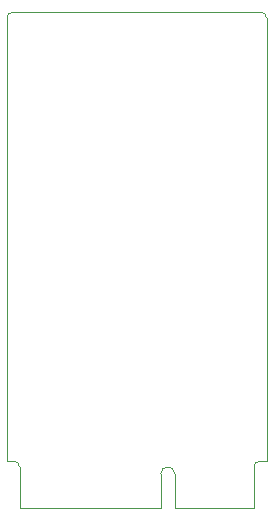
<source format=gbr>
%TF.GenerationSoftware,KiCad,Pcbnew,8.0.8+1*%
%TF.CreationDate,2025-01-21T14:00:08-05:00*%
%TF.ProjectId,cellularBoard,63656c6c-756c-4617-9242-6f6172642e6b,rev?*%
%TF.SameCoordinates,Original*%
%TF.FileFunction,Profile,NP*%
%FSLAX46Y46*%
G04 Gerber Fmt 4.6, Leading zero omitted, Abs format (unit mm)*
G04 Created by KiCad (PCBNEW 8.0.8+1) date 2025-01-21 14:00:08*
%MOMM*%
%LPD*%
G01*
G04 APERTURE LIST*
%TA.AperFunction,Profile*%
%ADD10C,0.050000*%
%TD*%
G04 APERTURE END LIST*
D10*
X150500000Y-78000000D02*
G75*
G02*
X151000000Y-78500000I0J-500000D01*
G01*
X129000000Y-78500000D02*
X129000000Y-114800000D01*
X150500000Y-78000000D02*
X129500000Y-78000000D01*
X129000000Y-78500000D02*
G75*
G02*
X129500000Y-78000000I500000J0D01*
G01*
X151000000Y-114800000D02*
X151000000Y-78500000D01*
%TO.C,J1*%
X129000000Y-116000000D02*
X129000000Y-114800000D01*
X129000000Y-116000000D02*
X129575000Y-116000000D01*
X130075000Y-120000000D02*
X130075000Y-116500000D01*
X142025000Y-117100000D02*
X142025000Y-120000000D01*
X142025000Y-120000000D02*
X130075000Y-120000000D01*
X143225000Y-117100000D02*
X143225000Y-120000000D01*
X149925000Y-120000000D02*
X143225000Y-120000000D01*
X149925000Y-120000000D02*
X149925000Y-116500000D01*
X150425000Y-116000000D02*
X151000000Y-116000000D01*
X151000000Y-116000000D02*
X151000000Y-114800000D01*
X129575000Y-116000000D02*
G75*
G02*
X130075000Y-116500000I-1J-500001D01*
G01*
X142025000Y-117100000D02*
G75*
G02*
X143225000Y-117100000I600000J0D01*
G01*
X149925000Y-116500000D02*
G75*
G02*
X150425000Y-116000000I500000J0D01*
G01*
%TD*%
M02*

</source>
